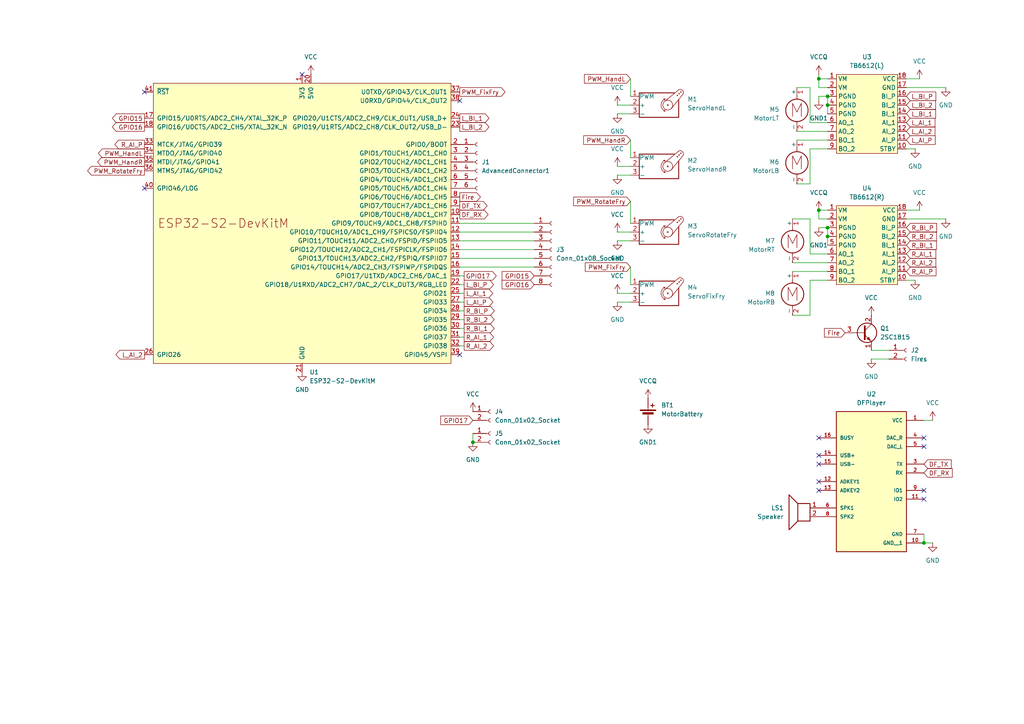
<source format=kicad_sch>
(kicad_sch (version 20250114) (generator "eeschema") (generator_version "9.0")
  (paper "A4")
  (lib_symbols
    (symbol "Connector:Conn_01x02_Socket" (pin_names (offset 1.016) (hide yes))
      (property "Reference" "J" (at 0 2.54 0))
      (property "Value" "Conn_01x02_Socket" (at 0 -5.08 0))
      (symbol "Conn_01x02_Socket_1_1"
        (polyline (pts (xy -1.27 0) (xy -0.508 0)) (stroke (width 0.1524)))
        (polyline (pts (xy -1.27 -2.54) (xy -0.508 -2.54)) (stroke (width 0.1524)))
        (arc (start 0 -0.508) (mid -0.5058 0) (end 0 0.508) (stroke (width 0.1524)))
        (arc (start 0 -3.048) (mid -0.5058 -2.54) (end 0 -2.032) (stroke (width 0.1524)))
        (pin passive line (at -5.08 0 0) (length 3.81) (name "Pin_1") (number "1"))
        (pin passive line (at -5.08 -2.54 0) (length 3.81) (name "Pin_2") (number "2"))
      )
    )
    (symbol "Connector:Conn_01x06_Socket" (pin_names (offset 1.016) (hide yes))
      (property "Reference" "J" (at 0 7.62 0))
      (property "Value" "Conn_01x06_Socket" (at 0 -10.16 0))
      (symbol "Conn_01x06_Socket_1_1"
        (polyline (pts (xy -1.27 5.08) (xy -0.508 5.08)) (stroke (width 0.1524)))
        (polyline (pts (xy -1.27 2.54) (xy -0.508 2.54)) (stroke (width 0.1524)))
        (polyline (pts (xy -1.27 0) (xy -0.508 0)) (stroke (width 0.1524)))
        (polyline (pts (xy -1.27 -2.54) (xy -0.508 -2.54)) (stroke (width 0.1524)))
        (polyline (pts (xy -1.27 -5.08) (xy -0.508 -5.08)) (stroke (width 0.1524)))
        (polyline (pts (xy -1.27 -7.62) (xy -0.508 -7.62)) (stroke (width 0.1524)))
        (arc (start 0 4.572) (mid -0.5058 5.08) (end 0 5.588) (stroke (width 0.1524)))
        (arc (start 0 2.032) (mid -0.5058 2.54) (end 0 3.048) (stroke (width 0.1524)))
        (arc (start 0 -0.508) (mid -0.5058 0) (end 0 0.508) (stroke (width 0.1524)))
        (arc (start 0 -3.048) (mid -0.5058 -2.54) (end 0 -2.032) (stroke (width 0.1524)))
        (arc (start 0 -5.588) (mid -0.5058 -5.08) (end 0 -4.572) (stroke (width 0.1524)))
        (arc (start 0 -8.128) (mid -0.5058 -7.62) (end 0 -7.112) (stroke (width 0.1524)))
        (pin passive line (at -5.08 5.08 0) (length 3.81) (name "Pin_1") (number "1"))
        (pin passive line (at -5.08 2.54 0) (length 3.81) (name "Pin_2") (number "2"))
        (pin passive line (at -5.08 0 0) (length 3.81) (name "Pin_3") (number "3"))
        (pin passive line (at -5.08 -2.54 0) (length 3.81) (name "Pin_4") (number "4"))
        (pin passive line (at -5.08 -5.08 0) (length 3.81) (name "Pin_5") (number "5"))
        (pin passive line (at -5.08 -7.62 0) (length 3.81) (name "Pin_6") (number "6"))
      )
    )
    (symbol "Connector:Conn_01x08_Socket" (pin_names (offset 1.016) (hide yes))
      (property "Reference" "J" (at 0 10.16 0))
      (property "Value" "Conn_01x08_Socket" (at 0 -12.7 0))
      (symbol "Conn_01x08_Socket_1_1"
        (polyline (pts (xy -1.27 7.62) (xy -0.508 7.62)) (stroke (width 0.1524)))
        (polyline (pts (xy -1.27 5.08) (xy -0.508 5.08)) (stroke (width 0.1524)))
        (polyline (pts (xy -1.27 2.54) (xy -0.508 2.54)) (stroke (width 0.1524)))
        (polyline (pts (xy -1.27 0) (xy -0.508 0)) (stroke (width 0.1524)))
        (polyline (pts (xy -1.27 -2.54) (xy -0.508 -2.54)) (stroke (width 0.1524)))
        (polyline (pts (xy -1.27 -5.08) (xy -0.508 -5.08)) (stroke (width 0.1524)))
        (polyline (pts (xy -1.27 -7.62) (xy -0.508 -7.62)) (stroke (width 0.1524)))
        (polyline (pts (xy -1.27 -10.16) (xy -0.508 -10.16)) (stroke (width 0.1524)))
        (arc (start 0 7.112) (mid -0.5058 7.62) (end 0 8.128) (stroke (width 0.1524)))
        (arc (start 0 4.572) (mid -0.5058 5.08) (end 0 5.588) (stroke (width 0.1524)))
        (arc (start 0 2.032) (mid -0.5058 2.54) (end 0 3.048) (stroke (width 0.1524)))
        (arc (start 0 -0.508) (mid -0.5058 0) (end 0 0.508) (stroke (width 0.1524)))
        (arc (start 0 -3.048) (mid -0.5058 -2.54) (end 0 -2.032) (stroke (width 0.1524)))
        (arc (start 0 -5.588) (mid -0.5058 -5.08) (end 0 -4.572) (stroke (width 0.1524)))
        (arc (start 0 -8.128) (mid -0.5058 -7.62) (end 0 -7.112) (stroke (width 0.1524)))
        (arc (start 0 -10.668) (mid -0.5058 -10.16) (end 0 -9.652) (stroke (width 0.1524)))
        (pin passive line (at -5.08 7.62 0) (length 3.81) (name "Pin_1") (number "1"))
        (pin passive line (at -5.08 5.08 0) (length 3.81) (name "Pin_2") (number "2"))
        (pin passive line (at -5.08 2.54 0) (length 3.81) (name "Pin_3") (number "3"))
        (pin passive line (at -5.08 0 0) (length 3.81) (name "Pin_4") (number "4"))
        (pin passive line (at -5.08 -2.54 0) (length 3.81) (name "Pin_5") (number "5"))
        (pin passive line (at -5.08 -5.08 0) (length 3.81) (name "Pin_6") (number "6"))
        (pin passive line (at -5.08 -7.62 0) (length 3.81) (name "Pin_7") (number "7"))
        (pin passive line (at -5.08 -10.16 0) (length 3.81) (name "Pin_8") (number "8"))
      )
    )
    (symbol "DFR0299:DFR0299" (pin_names (offset 1.016))
      (property "Reference" "U" (at -10.16 18.542 0))
      (property "Value" "DFR0299" (at -10.16 -25.4 0))
      (symbol "DFR0299_0_0"
        (rectangle (start -10.16 -22.86) (end 10.16 17.78) (stroke (width 0.254)) (fill (type background)))
        (pin input line (at -15.24 10.16 0) (length 5.08) (name "BUSY") (number "16"))
        (pin input line (at -15.24 5.08 0) (length 5.08) (name "USB+") (number "14"))
        (pin input line (at -15.24 2.54 0) (length 5.08) (name "USB-") (number "15"))
        (pin input line (at -15.24 -2.54 0) (length 5.08) (name "ADKEY1") (number "12"))
        (pin input line (at -15.24 -5.08 0) (length 5.08) (name "ADKEY2") (number "13"))
        (pin passive line (at -15.24 -10.16 0) (length 5.08) (name "SPK1") (number "6"))
        (pin passive line (at -15.24 -12.7 0) (length 5.08) (name "SPK2") (number "8"))
        (pin power_in line (at 15.24 15.24 180) (length 5.08) (name "VCC") (number "1"))
        (pin output line (at 15.24 10.16 180) (length 5.08) (name "DAC_R") (number "4"))
        (pin output line (at 15.24 7.62 180) (length 5.08) (name "DAC_L") (number "5"))
        (pin output line (at 15.24 2.54 180) (length 5.08) (name "TX") (number "3"))
        (pin input line (at 15.24 0 180) (length 5.08) (name "RX") (number "2"))
        (pin bidirectional line (at 15.24 -5.08 180) (length 5.08) (name "IO1") (number "9"))
        (pin bidirectional line (at 15.24 -7.62 180) (length 5.08) (name "IO2") (number "11"))
        (pin power_in line (at 15.24 -17.78 180) (length 5.08) (name "GND") (number "7"))
        (pin power_in line (at 15.24 -20.32 180) (length 5.08) (name "GND__1") (number "10"))
      )
    )
    (symbol "Device:Battery_Cell" (pin_numbers (hide yes)) (pin_names (offset 0) (hide yes))
      (property "Reference" "BT" (at 2.54 2.54 0))
      (property "Value" "Battery_Cell" (at 2.54 0 0))
      (symbol "Battery_Cell_0_1"
        (rectangle (start -2.286 1.778) (end 2.286 1.524) (fill (type outline)))
        (rectangle (start -1.524 1.016) (end 1.524 0.508) (fill (type outline)))
        (polyline (pts (xy 0 1.778) (xy 0 2.54)))
        (polyline (pts (xy 0 0.762) (xy 0 0)))
        (polyline (pts (xy 0.762 3.048) (xy 1.778 3.048)) (stroke (width 0.254)))
        (polyline (pts (xy 1.27 3.556) (xy 1.27 2.54)) (stroke (width 0.254)))
      )
      (symbol "Battery_Cell_1_1"
        (pin passive line (at 0 5.08 270) (length 2.54) (name "+") (number "1"))
        (pin passive line (at 0 -2.54 90) (length 2.54) (name "-") (number "2"))
      )
    )
    (symbol "Device:Speaker" (pin_names (offset 0) (hide yes))
      (property "Reference" "LS" (at 1.27 5.715 0))
      (property "Value" "Speaker" (at 1.27 3.81 0))
      (symbol "Speaker_0_0"
        (rectangle (start -2.54 1.27) (end 1.016 -3.81) (stroke (width 0.254)))
        (polyline (pts (xy 1.016 1.27) (xy 3.556 3.81) (xy 3.556 -6.35) (xy 1.016 -3.81)) (stroke (width 0.254)))
      )
      (symbol "Speaker_1_1"
        (pin input line (at -5.08 0 0) (length 2.54) (name "1") (number "1"))
        (pin input line (at -5.08 -2.54 0) (length 2.54) (name "2") (number "2"))
      )
    )
    (symbol "Motor:Motor_DC" (pin_names (offset 0))
      (property "Reference" "M" (at 2.54 2.54 0))
      (property "Value" "Motor_DC" (at 2.54 -5.08 0))
      (symbol "Motor_DC_0_0"
        (polyline (pts (xy -1.27 -3.302) (xy -1.27 0.508) (xy 0 -2.032) (xy 1.27 0.508) (xy 1.27 -3.302)))
      )
      (symbol "Motor_DC_0_1"
        (polyline (pts (xy 0 2.032) (xy 0 2.54)))
        (polyline (pts (xy 0 1.7272) (xy 0 2.0828)))
        (circle (center 0 -1.524) (radius 3.2512) (stroke (width 0.254)))
        (polyline (pts (xy 0 -4.7752) (xy 0 -5.1816)))
        (polyline (pts (xy 0 -7.62) (xy 0 -7.112)))
      )
      (symbol "Motor_DC_1_1"
        (pin passive line (at 0 5.08 270) (length 2.54) (name "+") (number "1"))
        (pin passive line (at 0 -7.62 90) (length 2.54) (name "-") (number "2"))
      )
    )
    (symbol "Motor:Motor_Servo" (pin_names (offset 0.0254))
      (property "Reference" "M" (at -5.08 4.445 0))
      (property "Value" "Motor_Servo" (at -5.08 -4.064 0))
      (symbol "Motor_Servo_0_1"
        (polyline (pts (xy 2.413 1.778) (xy 1.905 1.778)))
        (polyline (pts (xy 2.413 1.778) (xy 2.286 1.397)))
        (polyline (pts (xy 2.413 -1.778) (xy 2.032 -1.778)))
        (polyline (pts (xy 2.413 -1.778) (xy 2.286 -1.397)))
        (arc (start 2.413 -1.778) (mid 1.2406 0) (end 2.413 1.778))
        (circle (center 3.175 0) (radius 0.1778))
        (circle (center 3.175 0) (radius 1.4224))
        (polyline (pts (xy 5.08 3.556) (xy -5.08 3.556) (xy -5.08 -3.556) (xy 6.35 -3.556) (xy 6.35 1.524)) (stroke (width 0.254)))
        (circle (center 5.969 2.794) (radius 0.127))
        (polyline (pts (xy 6.35 4.445) (xy 2.54 1.27)))
        (circle (center 6.477 3.302) (radius 0.127))
        (arc (start 6.35 4.445) (mid 7.4487 4.2737) (end 7.62 3.175))
        (circle (center 6.985 3.81) (radius 0.127))
        (polyline (pts (xy 7.62 3.175) (xy 4.191 -1.016)))
      )
      (symbol "Motor_Servo_1_1"
        (pin passive line (at -7.62 2.54 0) (length 2.54) (name "PWM") (number "1"))
        (pin passive line (at -7.62 0 0) (length 2.54) (name "+") (number "2"))
        (pin passive line (at -7.62 -2.54 0) (length 2.54) (name "-") (number "3"))
      )
    )
    (symbol "PCM_Espressif:ESP32-S2-DevKitM" (pin_names (offset 1.016))
      (property "Reference" "U" (at -43.18 45.72 0))
      (property "Value" "ESP32-S2-DevKitM" (at -43.18 43.18 0))
      (symbol "ESP32-S2-DevKitM_0_1"
        (rectangle (start -43.18 40.64) (end 43.18 -40.64) (fill (type background)))
      )
      (symbol "ESP32-S2-DevKitM_1_1"
        (text "ESP32-S2-DevKitM" (at -22.86 0 0) (effects (font (size 2.54 2.54))))
        (pin input line (at -45.72 38.1 0) (length 2.54) (name "~{RST}") (number "41"))
        (pin bidirectional line (at -45.72 30.48 0) (length 2.54) (name "GPIO15/U0RTS/ADC2_CH4/XTAL_32K_P") (number "17"))
        (pin bidirectional line (at -45.72 27.94 0) (length 2.54) (name "GPIO16/U0CTS/ADC2_CH5/XTAL_32K_N") (number "18"))
        (pin bidirectional line (at -45.72 22.86 0) (length 2.54) (name "MTCK/JTAG/GPIO39") (number "33"))
        (pin bidirectional line (at -45.72 20.32 0) (length 2.54) (name "MTDO/JTAG/GPIO40") (number "34"))
        (pin bidirectional line (at -45.72 17.78 0) (length 2.54) (name "MTDI/JTAG/GPIO41") (number "35"))
        (pin bidirectional line (at -45.72 15.24 0) (length 2.54) (name "MTMS/JTAG/GPIO42") (number "36"))
        (pin input line (at -45.72 10.16 0) (length 2.54) (name "GPIO46/LOG") (number "40"))
        (pin bidirectional line (at -45.72 -38.1 0) (length 2.54) (name "GPIO26") (number "26"))
        (pin power_out line (at 0 43.18 270) (length 2.54) (name "3V3") (number "1"))
        (pin power_in line (at 0 -43.18 90) (length 2.54) (name "GND") (number "21"))
        (pin passive line (at 0 -43.18 90) (length 2.54) (hide yes) (name "GND") (number "42"))
        (pin power_in line (at 2.54 43.18 270) (length 2.54) (name "5V0") (number "20"))
        (pin bidirectional line (at 45.72 38.1 180) (length 2.54) (name "U0TXD/GPIO43/CLK_OUT1") (number "37"))
        (pin bidirectional line (at 45.72 35.56 180) (length 2.54) (name "U0RXD/GPIO44/CLK_OUT2") (number "38"))
        (pin bidirectional line (at 45.72 30.48 180) (length 2.54) (name "GPIO20/U1CTS/ADC2_CH9/CLK_OUT1/USB_D+") (number "24"))
        (pin bidirectional line (at 45.72 27.94 180) (length 2.54) (name "GPIO19/U1RTS/ADC2_CH8/CLK_OUT2/USB_D-") (number "23"))
        (pin bidirectional line (at 45.72 22.86 180) (length 2.54) (name "GPIO0/BOOT") (number "2"))
        (pin bidirectional line (at 45.72 20.32 180) (length 2.54) (name "GPIO1/TOUCH1/ADC1_CH0") (number "3"))
        (pin bidirectional line (at 45.72 17.78 180) (length 2.54) (name "GPIO2/TOUCH2/ADC1_CH1") (number "4"))
        (pin bidirectional line (at 45.72 15.24 180) (length 2.54) (name "GPIO3/TOUCH3/ADC1_CH2") (number "5"))
        (pin bidirectional line (at 45.72 12.7 180) (length 2.54) (name "GPIO4/TOUCH4/ADC1_CH3") (number "6"))
        (pin bidirectional line (at 45.72 10.16 180) (length 2.54) (name "GPIO5/TOUCH5/ADC1_CH4") (number "7"))
        (pin bidirectional line (at 45.72 7.62 180) (length 2.54) (name "GPIO6/TOUCH6/ADC1_CH5") (number "8"))
        (pin bidirectional line (at 45.72 5.08 180) (length 2.54) (name "GPIO7/TOUCH7/ADC1_CH6") (number "9"))
        (pin bidirectional line (at 45.72 2.54 180) (length 2.54) (name "GPIO8/TOUCH8/ADC1_CH7") (number "10"))
        (pin bidirectional line (at 45.72 0 180) (length 2.54) (name "GPIO9/TOUCH9/ADC1_CH8/FSPIHD") (number "11"))
        (pin bidirectional line (at 45.72 -2.54 180) (length 2.54) (name "GPIO10/TOUCH10/ADC1_CH9/FSPICS0/FSPIIO4") (number "12"))
        (pin bidirectional line (at 45.72 -5.08 180) (length 2.54) (name "GPIO11/TOUCH11/ADC2_CH0/FSPID/FSPIIO5") (number "13"))
        (pin bidirectional line (at 45.72 -7.62 180) (length 2.54) (name "GPIO12/TOUCH12/ADC2_CH1/FSPICLK/FSPIIO6") (number "14"))
        (pin bidirectional line (at 45.72 -10.16 180) (length 2.54) (name "GPIO13/TOUCH13/ADC2_CH2/FSPIQ/FSPIIO7") (number "15"))
        (pin bidirectional line (at 45.72 -12.7 180) (length 2.54) (name "GPIO14/TOUCH14/ADC2_CH3/FSPIWP/FSPIDQS") (number "16"))
        (pin bidirectional line (at 45.72 -15.24 180) (length 2.54) (name "GPIO17/U1TXD/ADC2_CH6/DAC_1") (number "19"))
        (pin bidirectional line (at 45.72 -17.78 180) (length 2.54) (name "GPIO18/U1RXD/ADC2_CH7/DAC_2/CLK_OUT3/RGB_LED") (number "22"))
        (pin bidirectional line (at 45.72 -20.32 180) (length 2.54) (name "GPIO21") (number "25"))
        (pin bidirectional line (at 45.72 -22.86 180) (length 2.54) (name "GPIO33") (number "27"))
        (pin bidirectional line (at 45.72 -25.4 180) (length 2.54) (name "GPIO34") (number "28"))
        (pin bidirectional line (at 45.72 -27.94 180) (length 2.54) (name "GPIO35") (number "29"))
        (pin bidirectional line (at 45.72 -30.48 180) (length 2.54) (name "GPIO36") (number "30"))
        (pin bidirectional line (at 45.72 -33.02 180) (length 2.54) (name "GPIO37") (number "31"))
        (pin bidirectional line (at 45.72 -35.56 180) (length 2.54) (name "GPIO38") (number "32"))
        (pin bidirectional line (at 45.72 -38.1 180) (length 2.54) (name "GPIO45/VSPI") (number "39"))
      )
    )
    (symbol "Transistor_BJT:2SC1815" (pin_names (offset 0) (hide yes))
      (property "Reference" "Q" (at 5.08 1.905 0))
      (property "Value" "2SC1815" (at 5.08 0 0))
      (symbol "2SC1815_0_1"
        (polyline (pts (xy -2.54 0) (xy 0.635 0)))
        (polyline (pts (xy 0.635 1.905) (xy 0.635 -1.905)) (stroke (width 0.508)))
        (circle (center 1.27 0) (radius 2.8194) (stroke (width 0.254)))
      )
      (symbol "2SC1815_1_1"
        (polyline (pts (xy 0.635 0.635) (xy 2.54 2.54)))
        (polyline (pts (xy 0.635 -0.635) (xy 2.54 -2.54)))
        (polyline (pts (xy 1.27 -1.778) (xy 1.778 -1.27) (xy 2.286 -2.286) (xy 1.27 -1.778)) (fill (type outline)))
        (pin input line (at -5.08 0 0) (length 2.54) (name "B") (number "3"))
        (pin passive line (at 2.54 5.08 270) (length 2.54) (name "C") (number "2"))
        (pin passive line (at 2.54 -5.08 90) (length 2.54) (name "E") (number "1"))
      )
    )
    (symbol "power:GND" (power) (pin_numbers (hide yes)) (pin_names (offset 0) (hide yes))
      (property "Value" "GND" (at 0 -3.81 0))
      (symbol "GND_0_1"
        (polyline (pts (xy 0 0) (xy 0 -1.27) (xy 1.27 -1.27) (xy 0 -2.54) (xy -1.27 -1.27) (xy 0 -1.27)))
      )
      (symbol "GND_1_1"
        (pin power_in line (at 0 0 270) (length 0) (name "~") (number "1"))
      )
    )
    (symbol "power:GND1" (power) (pin_numbers (hide yes)) (pin_names (offset 0) (hide yes))
      (property "Value" "GND1" (at 0 -3.81 0))
      (symbol "GND1_0_1"
        (polyline (pts (xy 0 0) (xy 0 -1.27) (xy 1.27 -1.27) (xy 0 -2.54) (xy -1.27 -1.27) (xy 0 -1.27)))
      )
      (symbol "GND1_1_1"
        (pin power_in line (at 0 0 270) (length 0) (name "~") (number "1"))
      )
    )
    (symbol "power:VCC" (power) (pin_numbers (hide yes)) (pin_names (offset 0) (hide yes))
      (property "Value" "VCC" (at 0 3.556 0))
      (symbol "VCC_0_1"
        (polyline (pts (xy -0.762 1.27) (xy 0 2.54)))
        (polyline (pts (xy 0 2.54) (xy 0.762 1.27)))
        (polyline (pts (xy 0 0) (xy 0 2.54)))
      )
      (symbol "VCC_1_1"
        (pin power_in line (at 0 0 90) (length 0) (name "~") (number "1"))
      )
    )
    (symbol "power:VCCQ" (power) (pin_numbers (hide yes)) (pin_names (offset 0) (hide yes))
      (property "Value" "VCCQ" (at 0 3.556 0))
      (symbol "VCCQ_0_1"
        (polyline (pts (xy -0.762 1.27) (xy 0 2.54)))
        (polyline (pts (xy 0 2.54) (xy 0.762 1.27)))
        (polyline (pts (xy 0 0) (xy 0 2.54)))
      )
      (symbol "VCCQ_1_1"
        (pin power_in line (at 0 0 90) (length 0) (name "~") (number "1"))
      )
    )
    (symbol "自作:TB6612"
      (property "Reference" "U" (at 0 0 0))
      (symbol "TB6612_1_1"
        (rectangle (start -8.89 11.43) (end 8.89 -11.43) (fill (type background)))
        (pin power_in line (at -11.43 10.16 0) (length 2.54) (name "VM") (number "1"))
        (pin power_in line (at -11.43 7.62 0) (length 2.54) (name "VM") (number "2"))
        (pin passive line (at -11.43 5.08 0) (length 2.54) (name "PGND") (number "3"))
        (pin passive line (at -11.43 2.54 0) (length 2.54) (name "PGND") (number "4"))
        (pin passive line (at -11.43 0 0) (length 2.54) (name "PGND") (number "5"))
        (pin output line (at -11.43 -2.54 0) (length 2.54) (name "AO_1") (number "6"))
        (pin output line (at -11.43 -5.08 0) (length 2.54) (name "AO_2") (number "7"))
        (pin output line (at -11.43 -7.62 0) (length 2.54) (name "BO_1") (number "8"))
        (pin output line (at -11.43 -10.16 0) (length 2.54) (name "BO_2") (number "9"))
        (pin power_in line (at 11.43 10.16 180) (length 2.54) (name "VCC") (number "18"))
        (pin passive line (at 11.43 7.62 180) (length 2.54) (name "GND") (number "17"))
        (pin input line (at 11.43 5.08 180) (length 2.54) (name "BI_P") (number "16"))
        (pin input line (at 11.43 2.54 180) (length 2.54) (name "BI_2") (number "15"))
        (pin input line (at 11.43 0 180) (length 2.54) (name "BI_1") (number "14"))
        (pin input line (at 11.43 -2.54 180) (length 2.54) (name "AI_1") (number "13"))
        (pin input line (at 11.43 -5.08 180) (length 2.54) (name "AI_2") (number "12"))
        (pin input line (at 11.43 -7.62 180) (length 2.54) (name "AI_P") (number "11"))
        (pin input line (at 11.43 -10.16 180) (length 2.54) (name "STBY") (number "10"))
      )
    )
  )
  (junction (at 240.03 66.04))
  (junction (at 237.49 60.96))
  (junction (at 240.03 27.94))
  (junction (at 240.03 68.58))
  (junction (at 137.16 128.27))
  (junction (at 267.97 157.48))
  (junction (at 240.03 30.48))
  (junction (at 237.49 22.86))
  (no_connect (at 41.91 26.67))
  (no_connect (at 267.97 142.24))
  (no_connect (at 133.35 102.87))
  (no_connect (at 87.63 21.59))
  (no_connect (at 237.49 132.08))
  (no_connect (at 237.49 127))
  (no_connect (at 133.35 29.21))
  (no_connect (at 267.97 129.54))
  (no_connect (at 267.97 144.78))
  (no_connect (at 41.91 54.61))
  (no_connect (at 267.97 127))
  (no_connect (at 237.49 134.62))
  (no_connect (at 237.49 139.7))
  (no_connect (at 237.49 142.24))
  (wire (pts (xy 262.89 63.5) (xy 274.32 63.5)))
  (wire (pts (xy 240.03 33.02) (xy 240.03 30.48)))
  (wire (pts (xy 179.07 69.85) (xy 182.88 69.85)))
  (wire (pts (xy 133.35 74.93) (xy 154.94 74.93)))
  (wire (pts (xy 179.07 33.02) (xy 182.88 33.02)))
  (wire (pts (xy 134.62 87.63) (xy 133.35 87.63)))
  (wire (pts (xy 231.14 25.4) (xy 234.95 25.4)))
  (wire (pts (xy 252.73 101.6) (xy 257.81 101.6)))
  (wire (pts (xy 267.97 121.92) (xy 270.51 121.92)))
  (wire (pts (xy 262.89 25.4) (xy 274.32 25.4)))
  (wire (pts (xy 240.03 68.58) (xy 240.03 71.12)))
  (wire (pts (xy 234.95 43.18) (xy 240.03 43.18)))
  (wire (pts (xy 240.03 30.48) (xy 240.03 27.94)))
  (wire (pts (xy 262.89 43.18) (xy 265.43 43.18)))
  (wire (pts (xy 134.62 82.55) (xy 133.35 82.55)))
  (wire (pts (xy 133.35 64.77) (xy 154.94 64.77)))
  (wire (pts (xy 234.95 81.28) (xy 240.03 81.28)))
  (wire (pts (xy 229.87 78.74) (xy 240.03 78.74)))
  (wire (pts (xy 133.35 77.47) (xy 154.94 77.47)))
  (wire (pts (xy 267.97 157.48) (xy 270.51 157.48)))
  (wire (pts (xy 234.95 25.4) (xy 234.95 35.56)))
  (wire (pts (xy 234.95 73.66) (xy 234.95 63.5)))
  (wire (pts (xy 133.35 92.71) (xy 134.62 92.71)))
  (wire (pts (xy 133.35 90.17) (xy 134.62 90.17)))
  (wire (pts (xy 179.07 85.09) (xy 182.88 85.09)))
  (wire (pts (xy 234.95 43.18) (xy 234.95 53.34)))
  (wire (pts (xy 182.88 40.64) (xy 182.88 45.72)))
  (wire (pts (xy 229.87 76.2) (xy 240.03 76.2)))
  (wire (pts (xy 234.95 81.28) (xy 234.95 91.44)))
  (wire (pts (xy 234.95 35.56) (xy 240.03 35.56)))
  (wire (pts (xy 133.35 100.33) (xy 134.62 100.33)))
  (wire (pts (xy 237.49 27.94) (xy 237.49 29.21)))
  (wire (pts (xy 237.49 22.86) (xy 237.49 21.59)))
  (wire (pts (xy 133.35 95.25) (xy 134.62 95.25)))
  (wire (pts (xy 262.89 60.96) (xy 266.7 60.96)))
  (wire (pts (xy 182.88 77.47) (xy 182.88 82.55)))
  (wire (pts (xy 231.14 38.1) (xy 240.03 38.1)))
  (wire (pts (xy 133.35 80.01) (xy 134.62 80.01)))
  (wire (pts (xy 133.35 67.31) (xy 154.94 67.31)))
  (wire (pts (xy 179.07 30.48) (xy 182.88 30.48)))
  (wire (pts (xy 179.07 50.8) (xy 182.88 50.8)))
  (wire (pts (xy 137.16 125.73) (xy 137.16 128.27)))
  (wire (pts (xy 234.95 91.44) (xy 229.87 91.44)))
  (wire (pts (xy 237.49 60.96) (xy 240.03 60.96)))
  (wire (pts (xy 133.35 97.79) (xy 134.62 97.79)))
  (wire (pts (xy 237.49 66.04) (xy 240.03 66.04)))
  (wire (pts (xy 237.49 63.5) (xy 237.49 60.96)))
  (wire (pts (xy 237.49 22.86) (xy 240.03 22.86)))
  (wire (pts (xy 231.14 40.64) (xy 240.03 40.64)))
  (wire (pts (xy 240.03 25.4) (xy 237.49 25.4)))
  (wire (pts (xy 179.07 48.26) (xy 182.88 48.26)))
  (wire (pts (xy 234.95 53.34) (xy 231.14 53.34)))
  (wire (pts (xy 240.03 66.04) (xy 240.03 68.58)))
  (wire (pts (xy 133.35 69.85) (xy 154.94 69.85)))
  (wire (pts (xy 237.49 27.94) (xy 240.03 27.94)))
  (wire (pts (xy 262.89 22.86) (xy 266.7 22.86)))
  (wire (pts (xy 240.03 73.66) (xy 234.95 73.66)))
  (wire (pts (xy 182.88 22.86) (xy 182.88 27.94)))
  (wire (pts (xy 237.49 25.4) (xy 237.49 22.86)))
  (wire (pts (xy 267.97 154.94) (xy 267.97 157.48)))
  (wire (pts (xy 262.89 81.28) (xy 265.43 81.28)))
  (wire (pts (xy 179.07 67.31) (xy 182.88 67.31)))
  (wire (pts (xy 179.07 87.63) (xy 182.88 87.63)))
  (wire (pts (xy 182.88 58.42) (xy 182.88 64.77)))
  (wire (pts (xy 133.35 72.39) (xy 154.94 72.39)))
  (wire (pts (xy 240.03 63.5) (xy 237.49 63.5)))
  (wire (pts (xy 134.62 85.09) (xy 133.35 85.09)))
  (wire (pts (xy 252.73 104.14) (xy 257.81 104.14)))
  (wire (pts (xy 234.95 63.5) (xy 229.87 63.5)))
  (global_label "L_BI_P" (shape output) (at 134.62 82.55 0) (property "Intersheetrefs" "${INTERSHEET_REFS}" (effects (hide yes))))
  (global_label "R_BI_2" (shape input) (at 262.89 68.58 0) (property "Intersheetrefs" "${INTERSHEET_REFS}" (effects (hide yes))))
  (global_label "PWM_FixFry" (shape input) (at 182.88 77.47 180) (property "Intersheetrefs" "${INTERSHEET_REFS}" (effects (hide yes))))
  (global_label "PWM_HandL" (shape input) (at 182.88 22.86 180) (property "Intersheetrefs" "${INTERSHEET_REFS}" (effects (hide yes))))
  (global_label "L_AI_2" (shape output) (at 41.91 102.87 180) (property "Intersheetrefs" "${INTERSHEET_REFS}" (effects (hide yes))))
  (global_label "R_AI_P" (shape input) (at 262.89 78.74 0) (property "Intersheetrefs" "${INTERSHEET_REFS}" (effects (hide yes))))
  (global_label "GPIO15" (shape output) (at 41.91 34.29 180) (property "Intersheetrefs" "${INTERSHEET_REFS}" (effects (hide yes))))
  (global_label "DF_RX" (shape input) (at 267.97 137.16 0) (property "Intersheetrefs" "${INTERSHEET_REFS}" (effects (hide yes))))
  (global_label "L_AI_P" (shape output) (at 134.62 87.63 0) (property "Intersheetrefs" "${INTERSHEET_REFS}" (effects (hide yes))))
  (global_label "GPIO17" (shape input) (at 137.16 121.92 180) (property "Intersheetrefs" "${INTERSHEET_REFS}" (effects (hide yes))))
  (global_label "R_AI_2" (shape output) (at 134.62 100.33 0) (property "Intersheetrefs" "${INTERSHEET_REFS}" (effects (hide yes))))
  (global_label "PWM_HandL" (shape output) (at 41.91 44.45 180) (property "Intersheetrefs" "${INTERSHEET_REFS}" (effects (hide yes))))
  (global_label "GPIO16" (shape input) (at 154.94 82.55 180) (property "Intersheetrefs" "${INTERSHEET_REFS}" (effects (hide yes))))
  (global_label "DF_RX" (shape output) (at 133.35 62.23 0) (property "Intersheetrefs" "${INTERSHEET_REFS}" (effects (hide yes))))
  (global_label "GPIO15" (shape input) (at 154.94 80.01 180) (property "Intersheetrefs" "${INTERSHEET_REFS}" (effects (hide yes))))
  (global_label "R_AI_2" (shape input) (at 262.89 76.2 0) (property "Intersheetrefs" "${INTERSHEET_REFS}" (effects (hide yes))))
  (global_label "L_AI_P" (shape input) (at 262.89 40.64 0) (property "Intersheetrefs" "${INTERSHEET_REFS}" (effects (hide yes))))
  (global_label "R_BI_1" (shape input) (at 262.89 71.12 0) (property "Intersheetrefs" "${INTERSHEET_REFS}" (effects (hide yes))))
  (global_label "DF_TX" (shape output) (at 133.35 59.69 0) (property "Intersheetrefs" "${INTERSHEET_REFS}" (effects (hide yes))))
  (global_label "R_AI_1" (shape output) (at 134.62 97.79 0) (property "Intersheetrefs" "${INTERSHEET_REFS}" (effects (hide yes))))
  (global_label "GPIO16" (shape output) (at 41.91 36.83 180) (property "Intersheetrefs" "${INTERSHEET_REFS}" (effects (hide yes))))
  (global_label "PWM_HandR" (shape output) (at 41.91 46.99 180) (property "Intersheetrefs" "${INTERSHEET_REFS}" (effects (hide yes))))
  (global_label "Fire" (shape output) (at 133.35 57.15 0) (property "Intersheetrefs" "${INTERSHEET_REFS}" (effects (hide yes))))
  (global_label "L_BI_1" (shape output) (at 133.35 34.29 0) (property "Intersheetrefs" "${INTERSHEET_REFS}" (effects (hide yes))))
  (global_label "L_AI_1" (shape output) (at 134.62 85.09 0) (property "Intersheetrefs" "${INTERSHEET_REFS}" (effects (hide yes))))
  (global_label "L_AI_2" (shape input) (at 262.89 38.1 0) (property "Intersheetrefs" "${INTERSHEET_REFS}" (effects (hide yes))))
  (global_label "PWM_HandR" (shape input) (at 182.88 40.64 180) (property "Intersheetrefs" "${INTERSHEET_REFS}" (effects (hide yes))))
  (global_label "R_BI_P" (shape input) (at 262.89 66.04 0) (property "Intersheetrefs" "${INTERSHEET_REFS}" (effects (hide yes))))
  (global_label "PWM_RotateFry" (shape output) (at 41.91 49.53 180) (property "Intersheetrefs" "${INTERSHEET_REFS}" (effects (hide yes))))
  (global_label "PWM_RotateFry" (shape input) (at 182.88 58.42 180) (property "Intersheetrefs" "${INTERSHEET_REFS}" (effects (hide yes))))
  (global_label "R_BI_P" (shape output) (at 134.62 90.17 0) (property "Intersheetrefs" "${INTERSHEET_REFS}" (effects (hide yes))))
  (global_label "DF_TX" (shape input) (at 267.97 134.62 0) (property "Intersheetrefs" "${INTERSHEET_REFS}" (effects (hide yes))))
  (global_label "PWM_FixFry" (shape output) (at 133.35 26.67 0) (property "Intersheetrefs" "${INTERSHEET_REFS}" (effects (hide yes))))
  (global_label "L_BI_1" (shape input) (at 262.89 33.02 0) (property "Intersheetrefs" "${INTERSHEET_REFS}" (effects (hide yes))))
  (global_label "GPIO17" (shape output) (at 134.62 80.01 0) (property "Intersheetrefs" "${INTERSHEET_REFS}" (effects (hide yes))))
  (global_label "Fire" (shape input) (at 245.11 96.52 180) (property "Intersheetrefs" "${INTERSHEET_REFS}" (effects (hide yes))))
  (global_label "R_AI_P" (shape output) (at 41.91 41.91 180) (property "Intersheetrefs" "${INTERSHEET_REFS}" (effects (hide yes))))
  (global_label "R_BI_2" (shape output) (at 134.62 92.71 0) (property "Intersheetrefs" "${INTERSHEET_REFS}" (effects (hide yes))))
  (global_label "R_BI_1" (shape output) (at 134.62 95.25 0) (property "Intersheetrefs" "${INTERSHEET_REFS}" (effects (hide yes))))
  (global_label "L_BI_P" (shape input) (at 262.89 27.94 0) (property "Intersheetrefs" "${INTERSHEET_REFS}" (effects (hide yes))))
  (global_label "R_AI_1" (shape input) (at 262.89 73.66 0) (property "Intersheetrefs" "${INTERSHEET_REFS}" (effects (hide yes))))
  (global_label "L_AI_1" (shape input) (at 262.89 35.56 0) (property "Intersheetrefs" "${INTERSHEET_REFS}" (effects (hide yes))))
  (global_label "L_BI_2" (shape output) (at 133.35 36.83 0) (property "Intersheetrefs" "${INTERSHEET_REFS}" (effects (hide yes))))
  (global_label "L_BI_2" (shape input) (at 262.89 30.48 0) (property "Intersheetrefs" "${INTERSHEET_REFS}" (effects (hide yes))))
  (symbol (lib_id "power:VCC") (at 179.07 67.31 0) (unit 1)
    (property "Reference" "#PWR019" (effects (hide yes)))
    (property "Value" "VCC" (at 179.07 62.23 0))
    (property "Description" "Power symbol creates a global label with name \"VCC\"" (effects (hide yes)))
  )
  (symbol (lib_id "Motor:Motor_DC") (at 231.14 30.48 0) (mirror y) (unit 1)
    (property "Reference" "M5" (at 226.06 31.7499 0) (effects (justify left)))
    (property "Value" "MotorLT" (at 226.06 34.2899 0) (effects (justify left)))
    (property "Footprint" "Connector_PinSocket_2.54mm:PinSocket_1x02_P2.54mm_Vertical" (effects (hide yes)))
    (property "Description" "DC Motor" (effects (hide yes)))
  )
  (symbol (lib_id "PCM_Espressif:ESP32-S2-DevKitM") (at 87.63 64.77 0) (unit 1)
    (property "Reference" "U1" (at 89.7733 107.95 0) (effects (justify left)))
    (property "Value" "ESP32-S2-DevKitM" (at 89.7733 110.49 0) (effects (justify left)))
    (property "Footprint" "PCM_Espressif:ESP32-S2-DevKitM" (effects (hide yes)))
    (property "Datasheet" "https://dl.espressif.com/dl/schematics/ESP32-S2-DevKitM-1_V1_Schematics.pdf" (effects (hide yes)))
    (property "Description" "Devboard based on ESP32-S2-MINI" (effects (hide yes)))
  )
  (symbol (lib_id "power:VCC") (at 270.51 121.92 0) (unit 1)
    (property "Reference" "#PWR05" (effects (hide yes)))
    (property "Value" "VCC" (at 270.51 116.84 0))
    (property "Description" "Power symbol creates a global label with name \"VCC\"" (effects (hide yes)))
  )
  (symbol (lib_id "power:GND1") (at 187.96 123.19 0) (unit 1)
    (property "Reference" "#PWR026" (effects (hide yes)))
    (property "Value" "GND1" (at 187.96 128.27 0))
    (property "Description" "Power symbol creates a global label with name \"GND1\" , ground" (effects (hide yes)))
  )
  (symbol (lib_id "power:GND") (at 274.32 63.5 0) (unit 1)
    (property "Reference" "#PWR09" (effects (hide yes)))
    (property "Value" "GND" (at 274.32 68.58 0))
    (property "Description" "Power symbol creates a global label with name \"GND\" , ground" (effects (hide yes)))
  )
  (symbol (lib_id "Device:Battery_Cell") (at 187.96 120.65 0) (unit 1)
    (property "Reference" "BT1" (at 191.77 117.5384 0) (effects (justify left)))
    (property "Value" "MotorBattery" (at 191.77 120.0784 0) (effects (justify left)))
    (property "Footprint" "Connector_PinSocket_2.54mm:PinSocket_1x02_P2.54mm_Vertical" (effects (hide yes)))
    (property "Description" "Single-cell battery" (effects (hide yes)))
  )
  (symbol (lib_id "power:VCC") (at 179.07 85.09 0) (unit 1)
    (property "Reference" "#PWR020" (effects (hide yes)))
    (property "Value" "VCC" (at 179.07 80.01 0))
    (property "Description" "Power symbol creates a global label with name \"VCC\"" (effects (hide yes)))
  )
  (symbol (lib_id "Motor:Motor_Servo") (at 190.5 30.48 0) (unit 1)
    (property "Reference" "M1" (at 199.39 28.7768 0) (effects (justify left)))
    (property "Value" "ServoHandL" (at 199.39 31.3168 0) (effects (justify left)))
    (property "Footprint" "Connector_PinHeader_2.54mm:PinHeader_1x03_P2.54mm_Vertical" (effects (hide yes)))
    (property "Datasheet" "http://forums.parallax.com/uploads/attachments/46831/74481.png" (effects (hide yes)))
    (property "Description" "Servo Motor (Futaba, HiTec, JR connector)" (effects (hide yes)))
  )
  (symbol (lib_id "power:VCC") (at 179.07 48.26 0) (unit 1)
    (property "Reference" "#PWR018" (effects (hide yes)))
    (property "Value" "VCC" (at 179.07 43.18 0))
    (property "Description" "Power symbol creates a global label with name \"VCC\"" (effects (hide yes)))
  )
  (symbol (lib_id "Connector:Conn_01x06_Socket") (at 138.43 46.99 0) (unit 1)
    (property "Reference" "J1" (at 139.7 46.9899 0) (effects (justify left)))
    (property "Value" "AdvancedConnector1" (at 139.7 49.5299 0) (effects (justify left)))
    (property "Footprint" "Connector_PinSocket_2.54mm:PinSocket_1x06_P2.54mm_Vertical" (effects (hide yes)))
    (property "Description" "Generic connector, single row, 01x06, script generated" (effects (hide yes)))
  )
  (symbol (lib_id "power:GND") (at 270.51 157.48 0) (unit 1)
    (property "Reference" "#PWR06" (effects (hide yes)))
    (property "Value" "GND" (at 270.51 162.56 0))
    (property "Description" "Power symbol creates a global label with name \"GND\" , ground" (effects (hide yes)))
  )
  (symbol (lib_id "power:VCCQ") (at 237.49 60.96 0) (unit 1)
    (property "Reference" "#PWR02" (effects (hide yes)))
    (property "Value" "VCCQ" (at 237.49 55.88 0))
    (property "Description" "Power symbol creates a global label with name \"VCCQ\"" (effects (hide yes)))
  )
  (symbol (lib_id "power:GND") (at 179.07 69.85 0) (unit 1)
    (property "Reference" "#PWR023" (effects (hide yes)))
    (property "Value" "GND" (at 179.07 74.93 0))
    (property "Description" "Power symbol creates a global label with name \"GND\" , ground" (effects (hide yes)))
  )
  (symbol (lib_id "Motor:Motor_Servo") (at 190.5 85.09 0) (unit 1)
    (property "Reference" "M4" (at 199.39 83.3868 0) (effects (justify left)))
    (property "Value" "ServoFixFry" (at 199.39 85.9268 0) (effects (justify left)))
    (property "Footprint" "Connector_PinHeader_2.54mm:PinHeader_1x03_P2.54mm_Vertical" (effects (hide yes)))
    (property "Datasheet" "http://forums.parallax.com/uploads/attachments/46831/74481.png" (effects (hide yes)))
    (property "Description" "Servo Motor (Futaba, HiTec, JR connector)" (effects (hide yes)))
  )
  (symbol (lib_id "power:VCCQ") (at 187.96 115.57 0) (unit 1)
    (property "Reference" "#PWR025" (effects (hide yes)))
    (property "Value" "VCCQ" (at 187.96 110.49 0))
    (property "Description" "Power symbol creates a global label with name \"VCCQ\"" (effects (hide yes)))
  )
  (symbol (lib_id "power:VCC") (at 266.7 22.86 0) (unit 1)
    (property "Reference" "#PWR011" (effects (hide yes)))
    (property "Value" "VCC" (at 266.7 17.78 0))
    (property "Description" "Power symbol creates a global label with name \"VCC\"" (effects (hide yes)))
  )
  (symbol (lib_id "自作:TB6612") (at 251.46 33.02 0) (unit 1)
    (property "Reference" "U3" (at 251.46 16.51 0))
    (property "Value" "TB6612(L)" (at 251.46 19.05 0))
    (property "Footprint" "自作:TB6612" (effects (hide yes)))
  )
  (symbol (lib_id "power:GND") (at 274.32 25.4 0) (unit 1)
    (property "Reference" "#PWR012" (effects (hide yes)))
    (property "Value" "GND" (at 274.32 30.48 0))
    (property "Description" "Power symbol creates a global label with name \"GND\" , ground" (effects (hide yes)))
  )
  (symbol (lib_id "Transistor_BJT:2SC1815") (at 250.19 96.52 0) (unit 1)
    (property "Reference" "Q1" (at 255.27 95.2499 0) (effects (justify left)))
    (property "Value" "2SC1815" (at 255.27 97.7899 0) (effects (justify left)))
    (property "Footprint" "Package_TO_SOT_THT:TO-92_Inline" (effects (hide yes)))
    (property "Datasheet" "https://media.digikey.com/pdf/Data%20Sheets/Toshiba%20PDFs/2SC1815.pdf" (effects (hide yes)))
    (property "Description" "0.15A Ic, 50V Vce, Low Noise Audio NPN Transistor, TO-92" (effects (hide yes)))
  )
  (symbol (lib_id "power:GND") (at 87.63 107.95 0) (unit 1)
    (property "Reference" "#PWR017" (effects (hide yes)))
    (property "Value" "GND" (at 87.63 113.03 0))
    (property "Description" "Power symbol creates a global label with name \"GND\" , ground" (effects (hide yes)))
  )
  (symbol (lib_id "Connector:Conn_01x02_Socket") (at 142.24 119.38 0) (unit 1)
    (property "Reference" "J4" (at 143.51 119.3799 0) (effects (justify left)))
    (property "Value" "Conn_01x02_Socket" (at 143.51 121.9199 0) (effects (justify left)))
    (property "Footprint" "Connector_PinSocket_2.54mm:PinSocket_1x02_P2.54mm_Vertical" (effects (hide yes)))
    (property "Description" "Generic connector, single row, 01x02, script generated" (effects (hide yes)))
  )
  (symbol (lib_id "Motor:Motor_Servo") (at 190.5 67.31 0) (unit 1)
    (property "Reference" "M3" (at 199.39 65.6068 0) (effects (justify left)))
    (property "Value" "ServoRotateFry" (at 199.39 68.1468 0) (effects (justify left)))
    (property "Footprint" "Connector_PinHeader_2.54mm:PinHeader_1x03_P2.54mm_Vertical" (effects (hide yes)))
    (property "Datasheet" "http://forums.parallax.com/uploads/attachments/46831/74481.png" (effects (hide yes)))
    (property "Description" "Servo Motor (Futaba, HiTec, JR connector)" (effects (hide yes)))
  )
  (symbol (lib_id "Motor:Motor_DC") (at 229.87 68.58 0) (mirror y) (unit 1)
    (property "Reference" "M7" (at 224.79 69.8499 0) (effects (justify left)))
    (property "Value" "MotorRT" (at 224.79 72.3899 0) (effects (justify left)))
    (property "Footprint" "Connector_PinSocket_2.54mm:PinSocket_1x02_P2.54mm_Vertical" (effects (hide yes)))
    (property "Description" "DC Motor" (effects (hide yes)))
  )
  (symbol (lib_id "power:GND1") (at 237.49 66.04 0) (unit 1)
    (property "Reference" "#PWR08" (effects (hide yes)))
    (property "Value" "GND1" (at 237.49 71.12 0))
    (property "Description" "Power symbol creates a global label with name \"GND1\" , ground" (effects (hide yes)))
  )
  (symbol (lib_id "power:GND") (at 179.07 33.02 0) (unit 1)
    (property "Reference" "#PWR021" (effects (hide yes)))
    (property "Value" "GND" (at 179.07 38.1 0))
    (property "Description" "Power symbol creates a global label with name \"GND\" , ground" (effects (hide yes)))
  )
  (symbol (lib_id "Connector:Conn_01x02_Socket") (at 262.89 101.6 0) (unit 1)
    (property "Reference" "J2" (at 264.16 101.5999 0) (effects (justify left)))
    (property "Value" "Fires" (at 264.16 104.1399 0) (effects (justify left)))
    (property "Footprint" "Connector_PinSocket_2.54mm:PinSocket_1x02_P2.54mm_Vertical" (effects (hide yes)))
    (property "Description" "Generic connector, single row, 01x02, script generated" (effects (hide yes)))
  )
  (symbol (lib_id "power:GND1") (at 237.49 29.21 0) (unit 1)
    (property "Reference" "#PWR07" (effects (hide yes)))
    (property "Value" "GND1" (at 237.49 34.29 0))
    (property "Description" "Power symbol creates a global label with name \"GND1\" , ground" (effects (hide yes)))
  )
  (symbol (lib_id "power:VCC") (at 252.73 91.44 0) (unit 1)
    (property "Reference" "#PWR03" (effects (hide yes)))
    (property "Value" "VCC" (at 252.73 86.36 0))
    (property "Description" "Power symbol creates a global label with name \"VCC\"" (effects (hide yes)))
  )
  (symbol (lib_id "power:VCCQ") (at 237.49 21.59 0) (unit 1)
    (property "Reference" "#PWR01" (effects (hide yes)))
    (property "Value" "VCCQ" (at 237.49 16.51 0))
    (property "Description" "Power symbol creates a global label with name \"VCCQ\"" (effects (hide yes)))
  )
  (symbol (lib_id "Connector:Conn_01x02_Socket") (at 142.24 125.73 0) (unit 1)
    (property "Reference" "J5" (at 143.51 125.7299 0) (effects (justify left)))
    (property "Value" "Conn_01x02_Socket" (at 143.51 128.2699 0) (effects (justify left)))
    (property "Footprint" "Connector_PinSocket_2.54mm:PinSocket_1x02_P2.54mm_Vertical" (effects (hide yes)))
    (property "Description" "Generic connector, single row, 01x02, script generated" (effects (hide yes)))
  )
  (symbol (lib_id "DFR0299:DFR0299") (at 252.73 137.16 0) (unit 1)
    (property "Reference" "U2" (at 252.73 114.3 0))
    (property "Value" "DFPlayer" (at 252.73 116.84 0))
    (property "Footprint" "DFR0299:MODULE_DFR0299" (effects (hide yes)))
    (property "Description" "Dfplayer - a Mini Mp3 Player" (effects (hide yes)))
    (property "MF" "DFRobot" (effects (hide yes)))
    (property "PACKAGE" "None" (effects (hide yes)))
    (property "PRICE" "None" (effects (hide yes)))
    (property "MP" "DFR0299" (effects (hide yes)))
    (property "AVAILABILITY" "Unavailable" (effects (hide yes)))
  )
  (symbol (lib_id "power:GND") (at 179.07 87.63 0) (unit 1)
    (property "Reference" "#PWR024" (effects (hide yes)))
    (property "Value" "GND" (at 179.07 92.71 0))
    (property "Description" "Power symbol creates a global label with name \"GND\" , ground" (effects (hide yes)))
  )
  (symbol (lib_id "Motor:Motor_Servo") (at 190.5 48.26 0) (unit 1)
    (property "Reference" "M2" (at 199.39 46.5568 0) (effects (justify left)))
    (property "Value" "ServoHandR" (at 199.39 49.0968 0) (effects (justify left)))
    (property "Footprint" "Connector_PinHeader_2.54mm:PinHeader_1x03_P2.54mm_Vertical" (effects (hide yes)))
    (property "Datasheet" "http://forums.parallax.com/uploads/attachments/46831/74481.png" (effects (hide yes)))
    (property "Description" "Servo Motor (Futaba, HiTec, JR connector)" (effects (hide yes)))
  )
  (symbol (lib_id "power:GND") (at 137.16 128.27 0) (unit 1)
    (property "Reference" "#PWR028" (effects (hide yes)))
    (property "Value" "GND" (at 137.16 133.35 0))
    (property "Description" "Power symbol creates a global label with name \"GND\" , ground" (effects (hide yes)))
  )
  (symbol (lib_id "自作:TB6612") (at 251.46 71.12 0) (unit 1)
    (property "Reference" "U4" (at 251.46 54.61 0))
    (property "Value" "TB6612(R)" (at 251.46 57.15 0))
    (property "Footprint" "自作:TB6612" (effects (hide yes)))
  )
  (symbol (lib_id "power:GND") (at 265.43 43.18 0) (unit 1)
    (property "Reference" "#PWR013" (effects (hide yes)))
    (property "Value" "GND" (at 265.43 48.26 0))
    (property "Description" "Power symbol creates a global label with name \"GND\" , ground" (effects (hide yes)))
  )
  (symbol (lib_id "Motor:Motor_DC") (at 229.87 83.82 0) (mirror y) (unit 1)
    (property "Reference" "M8" (at 224.79 85.0899 0) (effects (justify left)))
    (property "Value" "MotorRB" (at 224.79 87.6299 0) (effects (justify left)))
    (property "Footprint" "Connector_PinSocket_2.54mm:PinSocket_1x02_P2.54mm_Vertical" (effects (hide yes)))
    (property "Description" "DC Motor" (effects (hide yes)))
  )
  (symbol (lib_id "power:VCC") (at 266.7 60.96 0) (unit 1)
    (property "Reference" "#PWR010" (effects (hide yes)))
    (property "Value" "VCC" (at 266.7 55.88 0))
    (property "Description" "Power symbol creates a global label with name \"VCC\"" (effects (hide yes)))
  )
  (symbol (lib_id "Connector:Conn_01x08_Socket") (at 160.02 72.39 0) (unit 1)
    (property "Reference" "J3" (at 161.29 72.3899 0) (effects (justify left)))
    (property "Value" "Conn_01x08_Socket" (at 161.29 74.9299 0) (effects (justify left)))
    (property "Footprint" "Connector_PinSocket_2.54mm:PinSocket_1x08_P2.54mm_Vertical" (effects (hide yes)))
    (property "Description" "Generic connector, single row, 01x08, script generated" (effects (hide yes)))
  )
  (symbol (lib_id "power:VCC") (at 90.17 21.59 0) (unit 1)
    (property "Reference" "#PWR016" (effects (hide yes)))
    (property "Value" "VCC" (at 90.17 16.51 0))
    (property "Description" "Power symbol creates a global label with name \"VCC\"" (effects (hide yes)))
  )
  (symbol (lib_id "Motor:Motor_DC") (at 231.14 45.72 0) (mirror y) (unit 1)
    (property "Reference" "M6" (at 226.06 46.9899 0) (effects (justify left)))
    (property "Value" "MotorLB" (at 226.06 49.5299 0) (effects (justify left)))
    (property "Footprint" "Connector_PinSocket_2.54mm:PinSocket_1x02_P2.54mm_Vertical" (effects (hide yes)))
    (property "Description" "DC Motor" (effects (hide yes)))
  )
  (symbol (lib_id "Device:Speaker") (at 232.41 147.32 0) (mirror y) (unit 1)
    (property "Reference" "LS1" (at 227.33 147.3199 0) (effects (justify left)))
    (property "Value" "Speaker" (at 227.33 149.8599 0) (effects (justify left)))
    (property "Footprint" "Connector_PinSocket_2.54mm:PinSocket_1x02_P2.54mm_Vertical" (effects (hide yes)))
    (property "Description" "Speaker" (effects (hide yes)))
  )
  (symbol (lib_id "power:GND") (at 179.07 50.8 0) (unit 1)
    (property "Reference" "#PWR022" (effects (hide yes)))
    (property "Value" "GND" (at 179.07 55.88 0))
    (property "Description" "Power symbol creates a global label with name \"GND\" , ground" (effects (hide yes)))
  )
  (symbol (lib_id "power:GND") (at 265.43 81.28 0) (unit 1)
    (property "Reference" "#PWR014" (effects (hide yes)))
    (property "Value" "GND" (at 265.43 86.36 0))
    (property "Description" "Power symbol creates a global label with name \"GND\" , ground" (effects (hide yes)))
  )
  (symbol (lib_id "power:VCC") (at 179.07 30.48 0) (unit 1)
    (property "Reference" "#PWR015" (effects (hide yes)))
    (property "Value" "VCC" (at 179.07 25.4 0))
    (property "Description" "Power symbol creates a global label with name \"VCC\"" (effects (hide yes)))
  )
  (symbol (lib_id "power:GND") (at 252.73 104.14 0) (unit 1)
    (property "Reference" "#PWR04" (effects (hide yes)))
    (property "Value" "GND" (at 252.73 109.22 0))
    (property "Description" "Power symbol creates a global label with name \"GND\" , ground" (effects (hide yes)))
  )
  (symbol (lib_id "power:VCC") (at 137.16 119.38 0) (unit 1)
    (property "Reference" "#PWR027" (effects (hide yes)))
    (property "Value" "VCC" (at 137.16 114.3 0))
    (property "Description" "Power symbol creates a global label with name \"VCC\"" (effects (hide yes)))
  )
)
</source>
